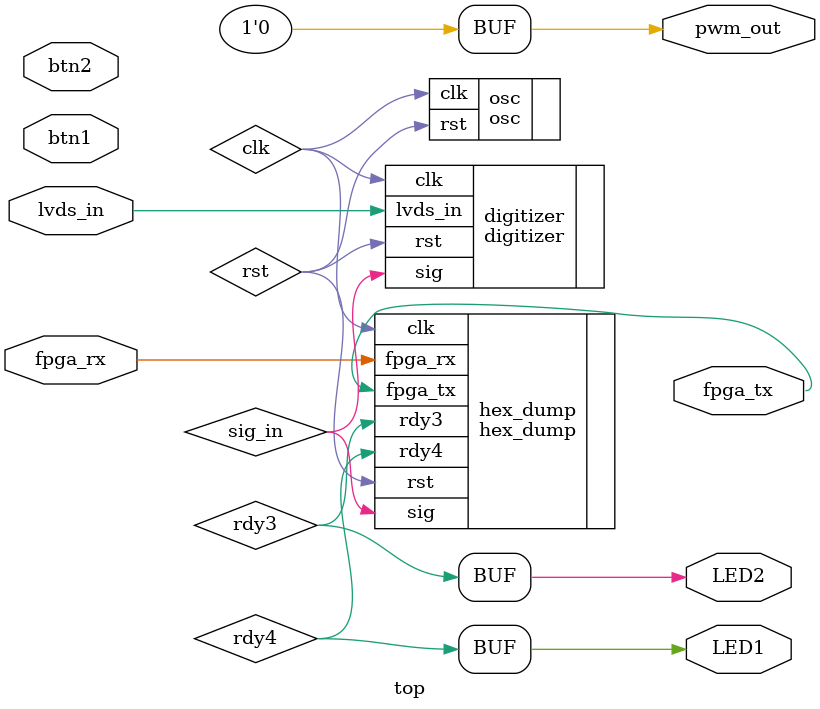
<source format=v>
module top(
    output LED1, LED2, fpga_tx, pwm_out,
    input btn1, btn2, lvds_in, fpga_rx
);

    wire clk;
    wire rst;
    osc osc(.clk(clk), .rst(rst));

    wire sig_in;
	digitizer digitizer(.clk(clk), .rst(rst), .lvds_in(lvds_in), .sig(sig_in));

    wire rdy3, rdy4;
    hex_dump hex_dump(.clk(clk), .rst(rst), .fpga_tx(fpga_tx), .sig(sig_in), .fpga_rx(fpga_rx), .rdy3(rdy3), .rdy4(rdy4));

    reg [32:0] ctr;
    always@(posedge clk)
    begin
      ctr <= ctr + 1;
    end

    assign LED2 = rdy3;
    assign LED1 = rdy4;

    assign pwm_out = 0;

endmodule

</source>
